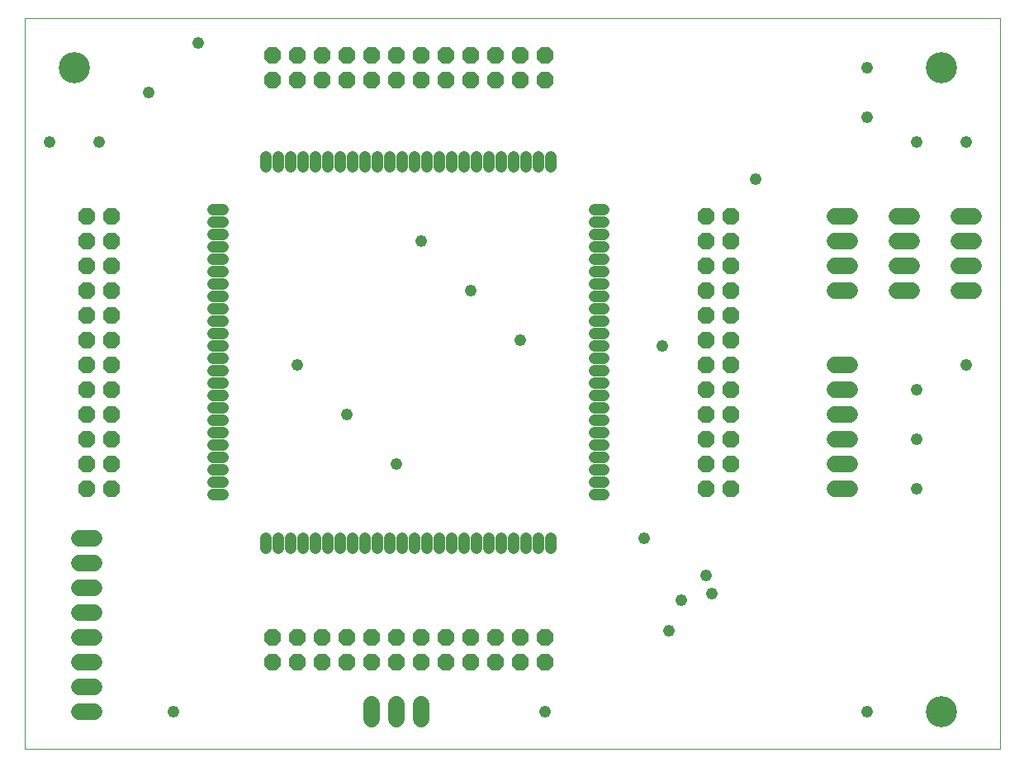
<source format=gbs>
G75*
%MOIN*%
%OFA0B0*%
%FSLAX25Y25*%
%IPPOS*%
%LPD*%
%AMOC8*
5,1,8,0,0,1.08239X$1,22.5*
%
%ADD10C,0.00000*%
%ADD11C,0.12611*%
%ADD12C,0.06800*%
%ADD13OC8,0.06800*%
%ADD14C,0.04769*%
%ADD15C,0.04762*%
D10*
X0002200Y0007200D02*
X0002200Y0302161D01*
X0395901Y0302161D01*
X0395901Y0007200D01*
X0002200Y0007200D01*
X0016294Y0282200D02*
X0016296Y0282353D01*
X0016302Y0282507D01*
X0016312Y0282660D01*
X0016326Y0282812D01*
X0016344Y0282965D01*
X0016366Y0283116D01*
X0016391Y0283267D01*
X0016421Y0283418D01*
X0016455Y0283568D01*
X0016492Y0283716D01*
X0016533Y0283864D01*
X0016578Y0284010D01*
X0016627Y0284156D01*
X0016680Y0284300D01*
X0016736Y0284442D01*
X0016796Y0284583D01*
X0016860Y0284723D01*
X0016927Y0284861D01*
X0016998Y0284997D01*
X0017073Y0285131D01*
X0017150Y0285263D01*
X0017232Y0285393D01*
X0017316Y0285521D01*
X0017404Y0285647D01*
X0017495Y0285770D01*
X0017589Y0285891D01*
X0017687Y0286009D01*
X0017787Y0286125D01*
X0017891Y0286238D01*
X0017997Y0286349D01*
X0018106Y0286457D01*
X0018218Y0286562D01*
X0018332Y0286663D01*
X0018450Y0286762D01*
X0018569Y0286858D01*
X0018691Y0286951D01*
X0018816Y0287040D01*
X0018943Y0287127D01*
X0019072Y0287209D01*
X0019203Y0287289D01*
X0019336Y0287365D01*
X0019471Y0287438D01*
X0019608Y0287507D01*
X0019747Y0287572D01*
X0019887Y0287634D01*
X0020029Y0287692D01*
X0020172Y0287747D01*
X0020317Y0287798D01*
X0020463Y0287845D01*
X0020610Y0287888D01*
X0020758Y0287927D01*
X0020907Y0287963D01*
X0021057Y0287994D01*
X0021208Y0288022D01*
X0021359Y0288046D01*
X0021512Y0288066D01*
X0021664Y0288082D01*
X0021817Y0288094D01*
X0021970Y0288102D01*
X0022123Y0288106D01*
X0022277Y0288106D01*
X0022430Y0288102D01*
X0022583Y0288094D01*
X0022736Y0288082D01*
X0022888Y0288066D01*
X0023041Y0288046D01*
X0023192Y0288022D01*
X0023343Y0287994D01*
X0023493Y0287963D01*
X0023642Y0287927D01*
X0023790Y0287888D01*
X0023937Y0287845D01*
X0024083Y0287798D01*
X0024228Y0287747D01*
X0024371Y0287692D01*
X0024513Y0287634D01*
X0024653Y0287572D01*
X0024792Y0287507D01*
X0024929Y0287438D01*
X0025064Y0287365D01*
X0025197Y0287289D01*
X0025328Y0287209D01*
X0025457Y0287127D01*
X0025584Y0287040D01*
X0025709Y0286951D01*
X0025831Y0286858D01*
X0025950Y0286762D01*
X0026068Y0286663D01*
X0026182Y0286562D01*
X0026294Y0286457D01*
X0026403Y0286349D01*
X0026509Y0286238D01*
X0026613Y0286125D01*
X0026713Y0286009D01*
X0026811Y0285891D01*
X0026905Y0285770D01*
X0026996Y0285647D01*
X0027084Y0285521D01*
X0027168Y0285393D01*
X0027250Y0285263D01*
X0027327Y0285131D01*
X0027402Y0284997D01*
X0027473Y0284861D01*
X0027540Y0284723D01*
X0027604Y0284583D01*
X0027664Y0284442D01*
X0027720Y0284300D01*
X0027773Y0284156D01*
X0027822Y0284010D01*
X0027867Y0283864D01*
X0027908Y0283716D01*
X0027945Y0283568D01*
X0027979Y0283418D01*
X0028009Y0283267D01*
X0028034Y0283116D01*
X0028056Y0282965D01*
X0028074Y0282812D01*
X0028088Y0282660D01*
X0028098Y0282507D01*
X0028104Y0282353D01*
X0028106Y0282200D01*
X0028104Y0282047D01*
X0028098Y0281893D01*
X0028088Y0281740D01*
X0028074Y0281588D01*
X0028056Y0281435D01*
X0028034Y0281284D01*
X0028009Y0281133D01*
X0027979Y0280982D01*
X0027945Y0280832D01*
X0027908Y0280684D01*
X0027867Y0280536D01*
X0027822Y0280390D01*
X0027773Y0280244D01*
X0027720Y0280100D01*
X0027664Y0279958D01*
X0027604Y0279817D01*
X0027540Y0279677D01*
X0027473Y0279539D01*
X0027402Y0279403D01*
X0027327Y0279269D01*
X0027250Y0279137D01*
X0027168Y0279007D01*
X0027084Y0278879D01*
X0026996Y0278753D01*
X0026905Y0278630D01*
X0026811Y0278509D01*
X0026713Y0278391D01*
X0026613Y0278275D01*
X0026509Y0278162D01*
X0026403Y0278051D01*
X0026294Y0277943D01*
X0026182Y0277838D01*
X0026068Y0277737D01*
X0025950Y0277638D01*
X0025831Y0277542D01*
X0025709Y0277449D01*
X0025584Y0277360D01*
X0025457Y0277273D01*
X0025328Y0277191D01*
X0025197Y0277111D01*
X0025064Y0277035D01*
X0024929Y0276962D01*
X0024792Y0276893D01*
X0024653Y0276828D01*
X0024513Y0276766D01*
X0024371Y0276708D01*
X0024228Y0276653D01*
X0024083Y0276602D01*
X0023937Y0276555D01*
X0023790Y0276512D01*
X0023642Y0276473D01*
X0023493Y0276437D01*
X0023343Y0276406D01*
X0023192Y0276378D01*
X0023041Y0276354D01*
X0022888Y0276334D01*
X0022736Y0276318D01*
X0022583Y0276306D01*
X0022430Y0276298D01*
X0022277Y0276294D01*
X0022123Y0276294D01*
X0021970Y0276298D01*
X0021817Y0276306D01*
X0021664Y0276318D01*
X0021512Y0276334D01*
X0021359Y0276354D01*
X0021208Y0276378D01*
X0021057Y0276406D01*
X0020907Y0276437D01*
X0020758Y0276473D01*
X0020610Y0276512D01*
X0020463Y0276555D01*
X0020317Y0276602D01*
X0020172Y0276653D01*
X0020029Y0276708D01*
X0019887Y0276766D01*
X0019747Y0276828D01*
X0019608Y0276893D01*
X0019471Y0276962D01*
X0019336Y0277035D01*
X0019203Y0277111D01*
X0019072Y0277191D01*
X0018943Y0277273D01*
X0018816Y0277360D01*
X0018691Y0277449D01*
X0018569Y0277542D01*
X0018450Y0277638D01*
X0018332Y0277737D01*
X0018218Y0277838D01*
X0018106Y0277943D01*
X0017997Y0278051D01*
X0017891Y0278162D01*
X0017787Y0278275D01*
X0017687Y0278391D01*
X0017589Y0278509D01*
X0017495Y0278630D01*
X0017404Y0278753D01*
X0017316Y0278879D01*
X0017232Y0279007D01*
X0017150Y0279137D01*
X0017073Y0279269D01*
X0016998Y0279403D01*
X0016927Y0279539D01*
X0016860Y0279677D01*
X0016796Y0279817D01*
X0016736Y0279958D01*
X0016680Y0280100D01*
X0016627Y0280244D01*
X0016578Y0280390D01*
X0016533Y0280536D01*
X0016492Y0280684D01*
X0016455Y0280832D01*
X0016421Y0280982D01*
X0016391Y0281133D01*
X0016366Y0281284D01*
X0016344Y0281435D01*
X0016326Y0281588D01*
X0016312Y0281740D01*
X0016302Y0281893D01*
X0016296Y0282047D01*
X0016294Y0282200D01*
X0366294Y0282200D02*
X0366296Y0282353D01*
X0366302Y0282507D01*
X0366312Y0282660D01*
X0366326Y0282812D01*
X0366344Y0282965D01*
X0366366Y0283116D01*
X0366391Y0283267D01*
X0366421Y0283418D01*
X0366455Y0283568D01*
X0366492Y0283716D01*
X0366533Y0283864D01*
X0366578Y0284010D01*
X0366627Y0284156D01*
X0366680Y0284300D01*
X0366736Y0284442D01*
X0366796Y0284583D01*
X0366860Y0284723D01*
X0366927Y0284861D01*
X0366998Y0284997D01*
X0367073Y0285131D01*
X0367150Y0285263D01*
X0367232Y0285393D01*
X0367316Y0285521D01*
X0367404Y0285647D01*
X0367495Y0285770D01*
X0367589Y0285891D01*
X0367687Y0286009D01*
X0367787Y0286125D01*
X0367891Y0286238D01*
X0367997Y0286349D01*
X0368106Y0286457D01*
X0368218Y0286562D01*
X0368332Y0286663D01*
X0368450Y0286762D01*
X0368569Y0286858D01*
X0368691Y0286951D01*
X0368816Y0287040D01*
X0368943Y0287127D01*
X0369072Y0287209D01*
X0369203Y0287289D01*
X0369336Y0287365D01*
X0369471Y0287438D01*
X0369608Y0287507D01*
X0369747Y0287572D01*
X0369887Y0287634D01*
X0370029Y0287692D01*
X0370172Y0287747D01*
X0370317Y0287798D01*
X0370463Y0287845D01*
X0370610Y0287888D01*
X0370758Y0287927D01*
X0370907Y0287963D01*
X0371057Y0287994D01*
X0371208Y0288022D01*
X0371359Y0288046D01*
X0371512Y0288066D01*
X0371664Y0288082D01*
X0371817Y0288094D01*
X0371970Y0288102D01*
X0372123Y0288106D01*
X0372277Y0288106D01*
X0372430Y0288102D01*
X0372583Y0288094D01*
X0372736Y0288082D01*
X0372888Y0288066D01*
X0373041Y0288046D01*
X0373192Y0288022D01*
X0373343Y0287994D01*
X0373493Y0287963D01*
X0373642Y0287927D01*
X0373790Y0287888D01*
X0373937Y0287845D01*
X0374083Y0287798D01*
X0374228Y0287747D01*
X0374371Y0287692D01*
X0374513Y0287634D01*
X0374653Y0287572D01*
X0374792Y0287507D01*
X0374929Y0287438D01*
X0375064Y0287365D01*
X0375197Y0287289D01*
X0375328Y0287209D01*
X0375457Y0287127D01*
X0375584Y0287040D01*
X0375709Y0286951D01*
X0375831Y0286858D01*
X0375950Y0286762D01*
X0376068Y0286663D01*
X0376182Y0286562D01*
X0376294Y0286457D01*
X0376403Y0286349D01*
X0376509Y0286238D01*
X0376613Y0286125D01*
X0376713Y0286009D01*
X0376811Y0285891D01*
X0376905Y0285770D01*
X0376996Y0285647D01*
X0377084Y0285521D01*
X0377168Y0285393D01*
X0377250Y0285263D01*
X0377327Y0285131D01*
X0377402Y0284997D01*
X0377473Y0284861D01*
X0377540Y0284723D01*
X0377604Y0284583D01*
X0377664Y0284442D01*
X0377720Y0284300D01*
X0377773Y0284156D01*
X0377822Y0284010D01*
X0377867Y0283864D01*
X0377908Y0283716D01*
X0377945Y0283568D01*
X0377979Y0283418D01*
X0378009Y0283267D01*
X0378034Y0283116D01*
X0378056Y0282965D01*
X0378074Y0282812D01*
X0378088Y0282660D01*
X0378098Y0282507D01*
X0378104Y0282353D01*
X0378106Y0282200D01*
X0378104Y0282047D01*
X0378098Y0281893D01*
X0378088Y0281740D01*
X0378074Y0281588D01*
X0378056Y0281435D01*
X0378034Y0281284D01*
X0378009Y0281133D01*
X0377979Y0280982D01*
X0377945Y0280832D01*
X0377908Y0280684D01*
X0377867Y0280536D01*
X0377822Y0280390D01*
X0377773Y0280244D01*
X0377720Y0280100D01*
X0377664Y0279958D01*
X0377604Y0279817D01*
X0377540Y0279677D01*
X0377473Y0279539D01*
X0377402Y0279403D01*
X0377327Y0279269D01*
X0377250Y0279137D01*
X0377168Y0279007D01*
X0377084Y0278879D01*
X0376996Y0278753D01*
X0376905Y0278630D01*
X0376811Y0278509D01*
X0376713Y0278391D01*
X0376613Y0278275D01*
X0376509Y0278162D01*
X0376403Y0278051D01*
X0376294Y0277943D01*
X0376182Y0277838D01*
X0376068Y0277737D01*
X0375950Y0277638D01*
X0375831Y0277542D01*
X0375709Y0277449D01*
X0375584Y0277360D01*
X0375457Y0277273D01*
X0375328Y0277191D01*
X0375197Y0277111D01*
X0375064Y0277035D01*
X0374929Y0276962D01*
X0374792Y0276893D01*
X0374653Y0276828D01*
X0374513Y0276766D01*
X0374371Y0276708D01*
X0374228Y0276653D01*
X0374083Y0276602D01*
X0373937Y0276555D01*
X0373790Y0276512D01*
X0373642Y0276473D01*
X0373493Y0276437D01*
X0373343Y0276406D01*
X0373192Y0276378D01*
X0373041Y0276354D01*
X0372888Y0276334D01*
X0372736Y0276318D01*
X0372583Y0276306D01*
X0372430Y0276298D01*
X0372277Y0276294D01*
X0372123Y0276294D01*
X0371970Y0276298D01*
X0371817Y0276306D01*
X0371664Y0276318D01*
X0371512Y0276334D01*
X0371359Y0276354D01*
X0371208Y0276378D01*
X0371057Y0276406D01*
X0370907Y0276437D01*
X0370758Y0276473D01*
X0370610Y0276512D01*
X0370463Y0276555D01*
X0370317Y0276602D01*
X0370172Y0276653D01*
X0370029Y0276708D01*
X0369887Y0276766D01*
X0369747Y0276828D01*
X0369608Y0276893D01*
X0369471Y0276962D01*
X0369336Y0277035D01*
X0369203Y0277111D01*
X0369072Y0277191D01*
X0368943Y0277273D01*
X0368816Y0277360D01*
X0368691Y0277449D01*
X0368569Y0277542D01*
X0368450Y0277638D01*
X0368332Y0277737D01*
X0368218Y0277838D01*
X0368106Y0277943D01*
X0367997Y0278051D01*
X0367891Y0278162D01*
X0367787Y0278275D01*
X0367687Y0278391D01*
X0367589Y0278509D01*
X0367495Y0278630D01*
X0367404Y0278753D01*
X0367316Y0278879D01*
X0367232Y0279007D01*
X0367150Y0279137D01*
X0367073Y0279269D01*
X0366998Y0279403D01*
X0366927Y0279539D01*
X0366860Y0279677D01*
X0366796Y0279817D01*
X0366736Y0279958D01*
X0366680Y0280100D01*
X0366627Y0280244D01*
X0366578Y0280390D01*
X0366533Y0280536D01*
X0366492Y0280684D01*
X0366455Y0280832D01*
X0366421Y0280982D01*
X0366391Y0281133D01*
X0366366Y0281284D01*
X0366344Y0281435D01*
X0366326Y0281588D01*
X0366312Y0281740D01*
X0366302Y0281893D01*
X0366296Y0282047D01*
X0366294Y0282200D01*
X0366294Y0022200D02*
X0366296Y0022353D01*
X0366302Y0022507D01*
X0366312Y0022660D01*
X0366326Y0022812D01*
X0366344Y0022965D01*
X0366366Y0023116D01*
X0366391Y0023267D01*
X0366421Y0023418D01*
X0366455Y0023568D01*
X0366492Y0023716D01*
X0366533Y0023864D01*
X0366578Y0024010D01*
X0366627Y0024156D01*
X0366680Y0024300D01*
X0366736Y0024442D01*
X0366796Y0024583D01*
X0366860Y0024723D01*
X0366927Y0024861D01*
X0366998Y0024997D01*
X0367073Y0025131D01*
X0367150Y0025263D01*
X0367232Y0025393D01*
X0367316Y0025521D01*
X0367404Y0025647D01*
X0367495Y0025770D01*
X0367589Y0025891D01*
X0367687Y0026009D01*
X0367787Y0026125D01*
X0367891Y0026238D01*
X0367997Y0026349D01*
X0368106Y0026457D01*
X0368218Y0026562D01*
X0368332Y0026663D01*
X0368450Y0026762D01*
X0368569Y0026858D01*
X0368691Y0026951D01*
X0368816Y0027040D01*
X0368943Y0027127D01*
X0369072Y0027209D01*
X0369203Y0027289D01*
X0369336Y0027365D01*
X0369471Y0027438D01*
X0369608Y0027507D01*
X0369747Y0027572D01*
X0369887Y0027634D01*
X0370029Y0027692D01*
X0370172Y0027747D01*
X0370317Y0027798D01*
X0370463Y0027845D01*
X0370610Y0027888D01*
X0370758Y0027927D01*
X0370907Y0027963D01*
X0371057Y0027994D01*
X0371208Y0028022D01*
X0371359Y0028046D01*
X0371512Y0028066D01*
X0371664Y0028082D01*
X0371817Y0028094D01*
X0371970Y0028102D01*
X0372123Y0028106D01*
X0372277Y0028106D01*
X0372430Y0028102D01*
X0372583Y0028094D01*
X0372736Y0028082D01*
X0372888Y0028066D01*
X0373041Y0028046D01*
X0373192Y0028022D01*
X0373343Y0027994D01*
X0373493Y0027963D01*
X0373642Y0027927D01*
X0373790Y0027888D01*
X0373937Y0027845D01*
X0374083Y0027798D01*
X0374228Y0027747D01*
X0374371Y0027692D01*
X0374513Y0027634D01*
X0374653Y0027572D01*
X0374792Y0027507D01*
X0374929Y0027438D01*
X0375064Y0027365D01*
X0375197Y0027289D01*
X0375328Y0027209D01*
X0375457Y0027127D01*
X0375584Y0027040D01*
X0375709Y0026951D01*
X0375831Y0026858D01*
X0375950Y0026762D01*
X0376068Y0026663D01*
X0376182Y0026562D01*
X0376294Y0026457D01*
X0376403Y0026349D01*
X0376509Y0026238D01*
X0376613Y0026125D01*
X0376713Y0026009D01*
X0376811Y0025891D01*
X0376905Y0025770D01*
X0376996Y0025647D01*
X0377084Y0025521D01*
X0377168Y0025393D01*
X0377250Y0025263D01*
X0377327Y0025131D01*
X0377402Y0024997D01*
X0377473Y0024861D01*
X0377540Y0024723D01*
X0377604Y0024583D01*
X0377664Y0024442D01*
X0377720Y0024300D01*
X0377773Y0024156D01*
X0377822Y0024010D01*
X0377867Y0023864D01*
X0377908Y0023716D01*
X0377945Y0023568D01*
X0377979Y0023418D01*
X0378009Y0023267D01*
X0378034Y0023116D01*
X0378056Y0022965D01*
X0378074Y0022812D01*
X0378088Y0022660D01*
X0378098Y0022507D01*
X0378104Y0022353D01*
X0378106Y0022200D01*
X0378104Y0022047D01*
X0378098Y0021893D01*
X0378088Y0021740D01*
X0378074Y0021588D01*
X0378056Y0021435D01*
X0378034Y0021284D01*
X0378009Y0021133D01*
X0377979Y0020982D01*
X0377945Y0020832D01*
X0377908Y0020684D01*
X0377867Y0020536D01*
X0377822Y0020390D01*
X0377773Y0020244D01*
X0377720Y0020100D01*
X0377664Y0019958D01*
X0377604Y0019817D01*
X0377540Y0019677D01*
X0377473Y0019539D01*
X0377402Y0019403D01*
X0377327Y0019269D01*
X0377250Y0019137D01*
X0377168Y0019007D01*
X0377084Y0018879D01*
X0376996Y0018753D01*
X0376905Y0018630D01*
X0376811Y0018509D01*
X0376713Y0018391D01*
X0376613Y0018275D01*
X0376509Y0018162D01*
X0376403Y0018051D01*
X0376294Y0017943D01*
X0376182Y0017838D01*
X0376068Y0017737D01*
X0375950Y0017638D01*
X0375831Y0017542D01*
X0375709Y0017449D01*
X0375584Y0017360D01*
X0375457Y0017273D01*
X0375328Y0017191D01*
X0375197Y0017111D01*
X0375064Y0017035D01*
X0374929Y0016962D01*
X0374792Y0016893D01*
X0374653Y0016828D01*
X0374513Y0016766D01*
X0374371Y0016708D01*
X0374228Y0016653D01*
X0374083Y0016602D01*
X0373937Y0016555D01*
X0373790Y0016512D01*
X0373642Y0016473D01*
X0373493Y0016437D01*
X0373343Y0016406D01*
X0373192Y0016378D01*
X0373041Y0016354D01*
X0372888Y0016334D01*
X0372736Y0016318D01*
X0372583Y0016306D01*
X0372430Y0016298D01*
X0372277Y0016294D01*
X0372123Y0016294D01*
X0371970Y0016298D01*
X0371817Y0016306D01*
X0371664Y0016318D01*
X0371512Y0016334D01*
X0371359Y0016354D01*
X0371208Y0016378D01*
X0371057Y0016406D01*
X0370907Y0016437D01*
X0370758Y0016473D01*
X0370610Y0016512D01*
X0370463Y0016555D01*
X0370317Y0016602D01*
X0370172Y0016653D01*
X0370029Y0016708D01*
X0369887Y0016766D01*
X0369747Y0016828D01*
X0369608Y0016893D01*
X0369471Y0016962D01*
X0369336Y0017035D01*
X0369203Y0017111D01*
X0369072Y0017191D01*
X0368943Y0017273D01*
X0368816Y0017360D01*
X0368691Y0017449D01*
X0368569Y0017542D01*
X0368450Y0017638D01*
X0368332Y0017737D01*
X0368218Y0017838D01*
X0368106Y0017943D01*
X0367997Y0018051D01*
X0367891Y0018162D01*
X0367787Y0018275D01*
X0367687Y0018391D01*
X0367589Y0018509D01*
X0367495Y0018630D01*
X0367404Y0018753D01*
X0367316Y0018879D01*
X0367232Y0019007D01*
X0367150Y0019137D01*
X0367073Y0019269D01*
X0366998Y0019403D01*
X0366927Y0019539D01*
X0366860Y0019677D01*
X0366796Y0019817D01*
X0366736Y0019958D01*
X0366680Y0020100D01*
X0366627Y0020244D01*
X0366578Y0020390D01*
X0366533Y0020536D01*
X0366492Y0020684D01*
X0366455Y0020832D01*
X0366421Y0020982D01*
X0366391Y0021133D01*
X0366366Y0021284D01*
X0366344Y0021435D01*
X0366326Y0021588D01*
X0366312Y0021740D01*
X0366302Y0021893D01*
X0366296Y0022047D01*
X0366294Y0022200D01*
D11*
X0372200Y0022200D03*
X0372200Y0282200D03*
X0022200Y0282200D03*
D12*
X0024200Y0092200D02*
X0030200Y0092200D01*
X0030200Y0082200D02*
X0024200Y0082200D01*
X0024200Y0072200D02*
X0030200Y0072200D01*
X0030200Y0062200D02*
X0024200Y0062200D01*
X0024200Y0052200D02*
X0030200Y0052200D01*
X0030200Y0042200D02*
X0024200Y0042200D01*
X0024200Y0032200D02*
X0030200Y0032200D01*
X0030200Y0022200D02*
X0024200Y0022200D01*
X0142200Y0019200D02*
X0142200Y0025200D01*
X0152200Y0025200D02*
X0152200Y0019200D01*
X0162200Y0019200D02*
X0162200Y0025200D01*
X0329200Y0112200D02*
X0335200Y0112200D01*
X0335200Y0122200D02*
X0329200Y0122200D01*
X0329200Y0132200D02*
X0335200Y0132200D01*
X0335200Y0142200D02*
X0329200Y0142200D01*
X0329200Y0152200D02*
X0335200Y0152200D01*
X0335200Y0162200D02*
X0329200Y0162200D01*
X0329200Y0192200D02*
X0335200Y0192200D01*
X0335200Y0202200D02*
X0329200Y0202200D01*
X0329200Y0212200D02*
X0335200Y0212200D01*
X0335200Y0222200D02*
X0329200Y0222200D01*
X0354200Y0222200D02*
X0360200Y0222200D01*
X0360200Y0212200D02*
X0354200Y0212200D01*
X0354200Y0202200D02*
X0360200Y0202200D01*
X0360200Y0192200D02*
X0354200Y0192200D01*
X0379200Y0192200D02*
X0385200Y0192200D01*
X0385200Y0202200D02*
X0379200Y0202200D01*
X0379200Y0212200D02*
X0385200Y0212200D01*
X0385200Y0222200D02*
X0379200Y0222200D01*
D13*
X0287200Y0222200D03*
X0277200Y0222200D03*
X0277200Y0212200D03*
X0287200Y0212200D03*
X0287200Y0202200D03*
X0277200Y0202200D03*
X0277200Y0192200D03*
X0287200Y0192200D03*
X0287200Y0182200D03*
X0277200Y0182200D03*
X0277200Y0172200D03*
X0287200Y0172200D03*
X0287200Y0162200D03*
X0277200Y0162200D03*
X0277200Y0152200D03*
X0287200Y0152200D03*
X0287200Y0142200D03*
X0277200Y0142200D03*
X0277200Y0132200D03*
X0287200Y0132200D03*
X0287200Y0122200D03*
X0277200Y0122200D03*
X0277200Y0112200D03*
X0287200Y0112200D03*
X0212200Y0052200D03*
X0212200Y0042200D03*
X0202200Y0042200D03*
X0192200Y0042200D03*
X0192200Y0052200D03*
X0202200Y0052200D03*
X0182200Y0052200D03*
X0172200Y0052200D03*
X0172200Y0042200D03*
X0182200Y0042200D03*
X0162200Y0042200D03*
X0152200Y0042200D03*
X0152200Y0052200D03*
X0162200Y0052200D03*
X0142200Y0052200D03*
X0132200Y0052200D03*
X0132200Y0042200D03*
X0142200Y0042200D03*
X0122200Y0042200D03*
X0112200Y0042200D03*
X0112200Y0052200D03*
X0122200Y0052200D03*
X0102200Y0052200D03*
X0102200Y0042200D03*
X0037200Y0112200D03*
X0037200Y0122200D03*
X0037200Y0132200D03*
X0037200Y0142200D03*
X0037200Y0152200D03*
X0037200Y0162200D03*
X0037200Y0172200D03*
X0027200Y0172200D03*
X0027200Y0162200D03*
X0027200Y0152200D03*
X0027200Y0142200D03*
X0027200Y0132200D03*
X0027200Y0122200D03*
X0027200Y0112200D03*
X0027200Y0182200D03*
X0027200Y0192200D03*
X0027200Y0202200D03*
X0027200Y0212200D03*
X0027200Y0222200D03*
X0037200Y0222200D03*
X0037200Y0212200D03*
X0037200Y0202200D03*
X0037200Y0192200D03*
X0037200Y0182200D03*
X0102200Y0277200D03*
X0102200Y0287200D03*
X0112200Y0287200D03*
X0122200Y0287200D03*
X0122200Y0277200D03*
X0112200Y0277200D03*
X0132200Y0277200D03*
X0142200Y0277200D03*
X0142200Y0287200D03*
X0132200Y0287200D03*
X0152200Y0287200D03*
X0162200Y0287200D03*
X0162200Y0277200D03*
X0152200Y0277200D03*
X0172200Y0277200D03*
X0182200Y0277200D03*
X0182200Y0287200D03*
X0172200Y0287200D03*
X0192200Y0287200D03*
X0202200Y0287200D03*
X0202200Y0277200D03*
X0192200Y0277200D03*
X0212200Y0277200D03*
X0212200Y0287200D03*
D14*
X0209700Y0246169D02*
X0209700Y0242200D01*
X0204700Y0242200D02*
X0204700Y0246169D01*
X0199700Y0246169D02*
X0199700Y0242200D01*
X0194700Y0242200D02*
X0194700Y0246169D01*
X0189700Y0246169D02*
X0189700Y0242200D01*
X0184700Y0242200D02*
X0184700Y0246169D01*
X0179700Y0246169D02*
X0179700Y0242200D01*
X0174700Y0242200D02*
X0174700Y0246169D01*
X0169700Y0246169D02*
X0169700Y0242200D01*
X0164700Y0242200D02*
X0164700Y0246169D01*
X0159700Y0246169D02*
X0159700Y0242200D01*
X0154700Y0242200D02*
X0154700Y0246169D01*
X0149700Y0246169D02*
X0149700Y0242200D01*
X0144700Y0242200D02*
X0144700Y0246169D01*
X0139700Y0246169D02*
X0139700Y0242200D01*
X0134700Y0242200D02*
X0134700Y0246169D01*
X0129700Y0246169D02*
X0129700Y0242200D01*
X0124700Y0242200D02*
X0124700Y0246169D01*
X0119700Y0246169D02*
X0119700Y0242200D01*
X0114700Y0242200D02*
X0114700Y0246169D01*
X0109700Y0246169D02*
X0109700Y0242200D01*
X0104700Y0242200D02*
X0104700Y0246169D01*
X0099700Y0246169D02*
X0099700Y0242200D01*
X0082200Y0224700D02*
X0078231Y0224700D01*
X0078231Y0219700D02*
X0082200Y0219700D01*
X0082200Y0214700D02*
X0078231Y0214700D01*
X0078231Y0209700D02*
X0082200Y0209700D01*
X0082200Y0204700D02*
X0078231Y0204700D01*
X0078231Y0199700D02*
X0082200Y0199700D01*
X0082200Y0194700D02*
X0078231Y0194700D01*
X0078231Y0189700D02*
X0082200Y0189700D01*
X0082200Y0184700D02*
X0078231Y0184700D01*
X0078231Y0179700D02*
X0082200Y0179700D01*
X0082200Y0174700D02*
X0078231Y0174700D01*
X0078231Y0169700D02*
X0082200Y0169700D01*
X0082200Y0164700D02*
X0078231Y0164700D01*
X0078231Y0159700D02*
X0082200Y0159700D01*
X0082200Y0154700D02*
X0078231Y0154700D01*
X0078231Y0149700D02*
X0082200Y0149700D01*
X0082200Y0144700D02*
X0078231Y0144700D01*
X0078231Y0139700D02*
X0082200Y0139700D01*
X0082200Y0134700D02*
X0078231Y0134700D01*
X0078231Y0129700D02*
X0082200Y0129700D01*
X0082200Y0124700D02*
X0078231Y0124700D01*
X0078231Y0119700D02*
X0082200Y0119700D01*
X0082200Y0114700D02*
X0078231Y0114700D01*
X0078231Y0109700D02*
X0082200Y0109700D01*
X0099700Y0092200D02*
X0099700Y0088231D01*
X0104700Y0088231D02*
X0104700Y0092200D01*
X0109700Y0092200D02*
X0109700Y0088231D01*
X0114700Y0088231D02*
X0114700Y0092200D01*
X0119700Y0092200D02*
X0119700Y0088231D01*
X0124700Y0088231D02*
X0124700Y0092200D01*
X0129700Y0092200D02*
X0129700Y0088231D01*
X0134700Y0088231D02*
X0134700Y0092200D01*
X0139700Y0092200D02*
X0139700Y0088231D01*
X0144700Y0088231D02*
X0144700Y0092200D01*
X0149700Y0092200D02*
X0149700Y0088231D01*
X0154700Y0088231D02*
X0154700Y0092200D01*
X0159700Y0092200D02*
X0159700Y0088231D01*
X0164700Y0088231D02*
X0164700Y0092200D01*
X0169700Y0092200D02*
X0169700Y0088231D01*
X0174700Y0088231D02*
X0174700Y0092200D01*
X0179700Y0092200D02*
X0179700Y0088231D01*
X0184700Y0088231D02*
X0184700Y0092200D01*
X0189700Y0092200D02*
X0189700Y0088231D01*
X0194700Y0088231D02*
X0194700Y0092200D01*
X0199700Y0092200D02*
X0199700Y0088231D01*
X0204700Y0088231D02*
X0204700Y0092200D01*
X0209700Y0092200D02*
X0209700Y0088231D01*
X0214700Y0088231D02*
X0214700Y0092200D01*
X0232200Y0109700D02*
X0236169Y0109700D01*
X0236169Y0114700D02*
X0232200Y0114700D01*
X0232200Y0119700D02*
X0236169Y0119700D01*
X0236169Y0124700D02*
X0232200Y0124700D01*
X0232200Y0129700D02*
X0236169Y0129700D01*
X0236169Y0134700D02*
X0232200Y0134700D01*
X0232200Y0139700D02*
X0236169Y0139700D01*
X0236169Y0144700D02*
X0232200Y0144700D01*
X0232200Y0149700D02*
X0236169Y0149700D01*
X0236169Y0154700D02*
X0232200Y0154700D01*
X0232200Y0159700D02*
X0236169Y0159700D01*
X0236169Y0164700D02*
X0232200Y0164700D01*
X0232200Y0169700D02*
X0236169Y0169700D01*
X0236169Y0174700D02*
X0232200Y0174700D01*
X0232200Y0179700D02*
X0236169Y0179700D01*
X0236169Y0184700D02*
X0232200Y0184700D01*
X0232200Y0189700D02*
X0236169Y0189700D01*
X0236169Y0194700D02*
X0232200Y0194700D01*
X0232200Y0199700D02*
X0236169Y0199700D01*
X0236169Y0204700D02*
X0232200Y0204700D01*
X0232200Y0209700D02*
X0236169Y0209700D01*
X0236169Y0214700D02*
X0232200Y0214700D01*
X0232200Y0219700D02*
X0236169Y0219700D01*
X0236169Y0224700D02*
X0232200Y0224700D01*
X0214700Y0242200D02*
X0214700Y0246169D01*
D15*
X0162200Y0212200D03*
X0182200Y0192200D03*
X0202200Y0172200D03*
X0259700Y0169700D03*
X0297200Y0237200D03*
X0342200Y0262200D03*
X0362200Y0252200D03*
X0382200Y0252200D03*
X0342200Y0282200D03*
X0382200Y0162200D03*
X0362200Y0152200D03*
X0362200Y0132200D03*
X0362200Y0112200D03*
X0279700Y0069700D03*
X0277200Y0077200D03*
X0267200Y0067200D03*
X0262200Y0054700D03*
X0252200Y0092200D03*
X0212200Y0022200D03*
X0152200Y0122200D03*
X0132200Y0142200D03*
X0112200Y0162200D03*
X0032200Y0252200D03*
X0012200Y0252200D03*
X0052200Y0272200D03*
X0072200Y0292200D03*
X0062200Y0022200D03*
X0342200Y0022200D03*
M02*

</source>
